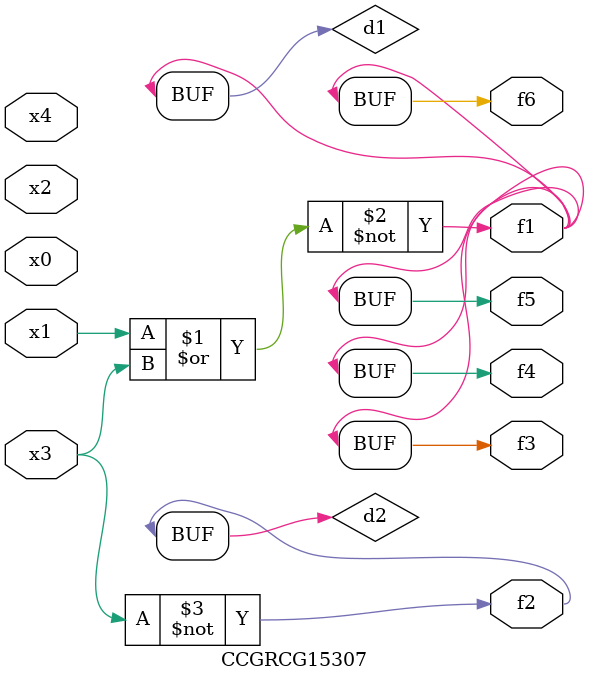
<source format=v>
module CCGRCG15307(
	input x0, x1, x2, x3, x4,
	output f1, f2, f3, f4, f5, f6
);

	wire d1, d2;

	nor (d1, x1, x3);
	not (d2, x3);
	assign f1 = d1;
	assign f2 = d2;
	assign f3 = d1;
	assign f4 = d1;
	assign f5 = d1;
	assign f6 = d1;
endmodule

</source>
